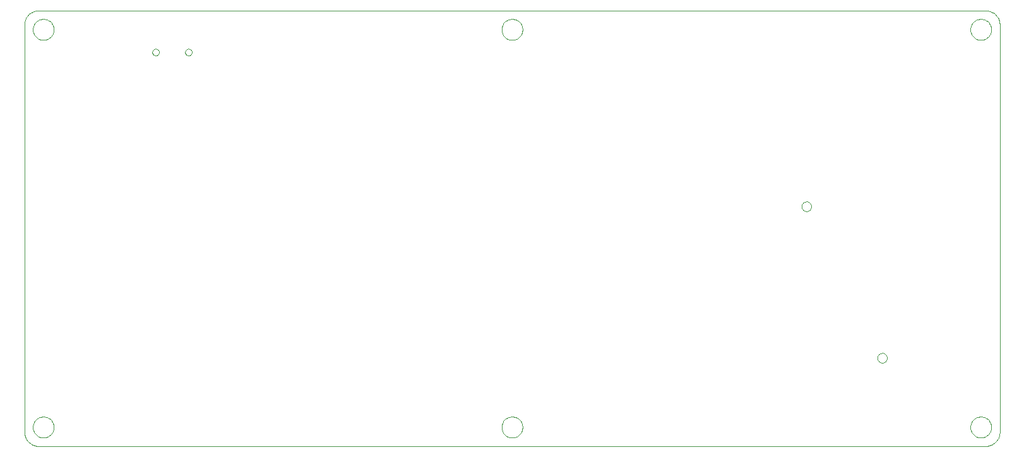
<source format=gko>
G75*
G70*
%OFA0B0*%
%FSLAX24Y24*%
%IPPOS*%
%LPD*%
%AMOC8*
5,1,8,0,0,1.08239X$1,22.5*
%
%ADD10C,0.0000*%
D10*
X000850Y000180D02*
X050850Y000180D01*
X050904Y000182D01*
X050957Y000188D01*
X051009Y000197D01*
X051061Y000210D01*
X051112Y000227D01*
X051162Y000248D01*
X051209Y000272D01*
X051255Y000299D01*
X051299Y000330D01*
X051341Y000363D01*
X051380Y000400D01*
X051417Y000439D01*
X051450Y000481D01*
X051481Y000525D01*
X051508Y000571D01*
X051532Y000618D01*
X051553Y000668D01*
X051570Y000719D01*
X051583Y000771D01*
X051592Y000823D01*
X051598Y000876D01*
X051600Y000930D01*
X051600Y022430D01*
X051598Y022484D01*
X051592Y022537D01*
X051583Y022589D01*
X051570Y022641D01*
X051553Y022692D01*
X051532Y022742D01*
X051508Y022789D01*
X051481Y022835D01*
X051450Y022879D01*
X051417Y022921D01*
X051380Y022960D01*
X051341Y022997D01*
X051299Y023030D01*
X051255Y023061D01*
X051209Y023088D01*
X051162Y023112D01*
X051112Y023133D01*
X051061Y023150D01*
X051009Y023163D01*
X050957Y023172D01*
X050904Y023178D01*
X050850Y023180D01*
X000850Y023180D01*
X000796Y023178D01*
X000743Y023172D01*
X000691Y023163D01*
X000639Y023150D01*
X000588Y023133D01*
X000538Y023112D01*
X000491Y023088D01*
X000445Y023061D01*
X000401Y023030D01*
X000359Y022997D01*
X000320Y022960D01*
X000283Y022921D01*
X000250Y022879D01*
X000219Y022835D01*
X000192Y022789D01*
X000168Y022742D01*
X000147Y022692D01*
X000130Y022641D01*
X000117Y022589D01*
X000108Y022537D01*
X000102Y022484D01*
X000100Y022430D01*
X000100Y000930D01*
X000102Y000876D01*
X000108Y000823D01*
X000117Y000771D01*
X000130Y000719D01*
X000147Y000668D01*
X000168Y000618D01*
X000192Y000571D01*
X000219Y000525D01*
X000250Y000481D01*
X000283Y000439D01*
X000320Y000400D01*
X000359Y000363D01*
X000401Y000330D01*
X000445Y000299D01*
X000491Y000272D01*
X000538Y000248D01*
X000588Y000227D01*
X000639Y000210D01*
X000691Y000197D01*
X000743Y000188D01*
X000796Y000182D01*
X000850Y000180D01*
X000549Y001180D02*
X000551Y001227D01*
X000557Y001273D01*
X000567Y001319D01*
X000580Y001364D01*
X000598Y001407D01*
X000619Y001449D01*
X000643Y001489D01*
X000671Y001526D01*
X000702Y001561D01*
X000736Y001594D01*
X000772Y001623D01*
X000811Y001649D01*
X000852Y001672D01*
X000895Y001691D01*
X000939Y001707D01*
X000984Y001719D01*
X001030Y001727D01*
X001077Y001731D01*
X001123Y001731D01*
X001170Y001727D01*
X001216Y001719D01*
X001261Y001707D01*
X001305Y001691D01*
X001348Y001672D01*
X001389Y001649D01*
X001428Y001623D01*
X001464Y001594D01*
X001498Y001561D01*
X001529Y001526D01*
X001557Y001489D01*
X001581Y001449D01*
X001602Y001407D01*
X001620Y001364D01*
X001633Y001319D01*
X001643Y001273D01*
X001649Y001227D01*
X001651Y001180D01*
X001649Y001133D01*
X001643Y001087D01*
X001633Y001041D01*
X001620Y000996D01*
X001602Y000953D01*
X001581Y000911D01*
X001557Y000871D01*
X001529Y000834D01*
X001498Y000799D01*
X001464Y000766D01*
X001428Y000737D01*
X001389Y000711D01*
X001348Y000688D01*
X001305Y000669D01*
X001261Y000653D01*
X001216Y000641D01*
X001170Y000633D01*
X001123Y000629D01*
X001077Y000629D01*
X001030Y000633D01*
X000984Y000641D01*
X000939Y000653D01*
X000895Y000669D01*
X000852Y000688D01*
X000811Y000711D01*
X000772Y000737D01*
X000736Y000766D01*
X000702Y000799D01*
X000671Y000834D01*
X000643Y000871D01*
X000619Y000911D01*
X000598Y000953D01*
X000580Y000996D01*
X000567Y001041D01*
X000557Y001087D01*
X000551Y001133D01*
X000549Y001180D01*
X025299Y001180D02*
X025301Y001227D01*
X025307Y001273D01*
X025317Y001319D01*
X025330Y001364D01*
X025348Y001407D01*
X025369Y001449D01*
X025393Y001489D01*
X025421Y001526D01*
X025452Y001561D01*
X025486Y001594D01*
X025522Y001623D01*
X025561Y001649D01*
X025602Y001672D01*
X025645Y001691D01*
X025689Y001707D01*
X025734Y001719D01*
X025780Y001727D01*
X025827Y001731D01*
X025873Y001731D01*
X025920Y001727D01*
X025966Y001719D01*
X026011Y001707D01*
X026055Y001691D01*
X026098Y001672D01*
X026139Y001649D01*
X026178Y001623D01*
X026214Y001594D01*
X026248Y001561D01*
X026279Y001526D01*
X026307Y001489D01*
X026331Y001449D01*
X026352Y001407D01*
X026370Y001364D01*
X026383Y001319D01*
X026393Y001273D01*
X026399Y001227D01*
X026401Y001180D01*
X026399Y001133D01*
X026393Y001087D01*
X026383Y001041D01*
X026370Y000996D01*
X026352Y000953D01*
X026331Y000911D01*
X026307Y000871D01*
X026279Y000834D01*
X026248Y000799D01*
X026214Y000766D01*
X026178Y000737D01*
X026139Y000711D01*
X026098Y000688D01*
X026055Y000669D01*
X026011Y000653D01*
X025966Y000641D01*
X025920Y000633D01*
X025873Y000629D01*
X025827Y000629D01*
X025780Y000633D01*
X025734Y000641D01*
X025689Y000653D01*
X025645Y000669D01*
X025602Y000688D01*
X025561Y000711D01*
X025522Y000737D01*
X025486Y000766D01*
X025452Y000799D01*
X025421Y000834D01*
X025393Y000871D01*
X025369Y000911D01*
X025348Y000953D01*
X025330Y000996D01*
X025317Y001041D01*
X025307Y001087D01*
X025301Y001133D01*
X025299Y001180D01*
X045138Y004837D02*
X045140Y004868D01*
X045146Y004899D01*
X045155Y004929D01*
X045168Y004958D01*
X045185Y004985D01*
X045205Y005009D01*
X045227Y005031D01*
X045253Y005050D01*
X045280Y005066D01*
X045309Y005078D01*
X045339Y005087D01*
X045370Y005092D01*
X045402Y005093D01*
X045433Y005090D01*
X045464Y005083D01*
X045494Y005073D01*
X045522Y005059D01*
X045548Y005041D01*
X045572Y005021D01*
X045593Y004997D01*
X045612Y004972D01*
X045627Y004944D01*
X045638Y004915D01*
X045646Y004884D01*
X045650Y004853D01*
X045650Y004821D01*
X045646Y004790D01*
X045638Y004759D01*
X045627Y004730D01*
X045612Y004702D01*
X045593Y004677D01*
X045572Y004653D01*
X045548Y004633D01*
X045522Y004615D01*
X045494Y004601D01*
X045464Y004591D01*
X045433Y004584D01*
X045402Y004581D01*
X045370Y004582D01*
X045339Y004587D01*
X045309Y004596D01*
X045280Y004608D01*
X045253Y004624D01*
X045227Y004643D01*
X045205Y004665D01*
X045185Y004689D01*
X045168Y004716D01*
X045155Y004745D01*
X045146Y004775D01*
X045140Y004806D01*
X045138Y004837D01*
X050049Y001180D02*
X050051Y001227D01*
X050057Y001273D01*
X050067Y001319D01*
X050080Y001364D01*
X050098Y001407D01*
X050119Y001449D01*
X050143Y001489D01*
X050171Y001526D01*
X050202Y001561D01*
X050236Y001594D01*
X050272Y001623D01*
X050311Y001649D01*
X050352Y001672D01*
X050395Y001691D01*
X050439Y001707D01*
X050484Y001719D01*
X050530Y001727D01*
X050577Y001731D01*
X050623Y001731D01*
X050670Y001727D01*
X050716Y001719D01*
X050761Y001707D01*
X050805Y001691D01*
X050848Y001672D01*
X050889Y001649D01*
X050928Y001623D01*
X050964Y001594D01*
X050998Y001561D01*
X051029Y001526D01*
X051057Y001489D01*
X051081Y001449D01*
X051102Y001407D01*
X051120Y001364D01*
X051133Y001319D01*
X051143Y001273D01*
X051149Y001227D01*
X051151Y001180D01*
X051149Y001133D01*
X051143Y001087D01*
X051133Y001041D01*
X051120Y000996D01*
X051102Y000953D01*
X051081Y000911D01*
X051057Y000871D01*
X051029Y000834D01*
X050998Y000799D01*
X050964Y000766D01*
X050928Y000737D01*
X050889Y000711D01*
X050848Y000688D01*
X050805Y000669D01*
X050761Y000653D01*
X050716Y000641D01*
X050670Y000633D01*
X050623Y000629D01*
X050577Y000629D01*
X050530Y000633D01*
X050484Y000641D01*
X050439Y000653D01*
X050395Y000669D01*
X050352Y000688D01*
X050311Y000711D01*
X050272Y000737D01*
X050236Y000766D01*
X050202Y000799D01*
X050171Y000834D01*
X050143Y000871D01*
X050119Y000911D01*
X050098Y000953D01*
X050080Y000996D01*
X050067Y001041D01*
X050057Y001087D01*
X050051Y001133D01*
X050049Y001180D01*
X041138Y012837D02*
X041140Y012868D01*
X041146Y012899D01*
X041155Y012929D01*
X041168Y012958D01*
X041185Y012985D01*
X041205Y013009D01*
X041227Y013031D01*
X041253Y013050D01*
X041280Y013066D01*
X041309Y013078D01*
X041339Y013087D01*
X041370Y013092D01*
X041402Y013093D01*
X041433Y013090D01*
X041464Y013083D01*
X041494Y013073D01*
X041522Y013059D01*
X041548Y013041D01*
X041572Y013021D01*
X041593Y012997D01*
X041612Y012972D01*
X041627Y012944D01*
X041638Y012915D01*
X041646Y012884D01*
X041650Y012853D01*
X041650Y012821D01*
X041646Y012790D01*
X041638Y012759D01*
X041627Y012730D01*
X041612Y012702D01*
X041593Y012677D01*
X041572Y012653D01*
X041548Y012633D01*
X041522Y012615D01*
X041494Y012601D01*
X041464Y012591D01*
X041433Y012584D01*
X041402Y012581D01*
X041370Y012582D01*
X041339Y012587D01*
X041309Y012596D01*
X041280Y012608D01*
X041253Y012624D01*
X041227Y012643D01*
X041205Y012665D01*
X041185Y012689D01*
X041168Y012716D01*
X041155Y012745D01*
X041146Y012775D01*
X041140Y012806D01*
X041138Y012837D01*
X050049Y022180D02*
X050051Y022227D01*
X050057Y022273D01*
X050067Y022319D01*
X050080Y022364D01*
X050098Y022407D01*
X050119Y022449D01*
X050143Y022489D01*
X050171Y022526D01*
X050202Y022561D01*
X050236Y022594D01*
X050272Y022623D01*
X050311Y022649D01*
X050352Y022672D01*
X050395Y022691D01*
X050439Y022707D01*
X050484Y022719D01*
X050530Y022727D01*
X050577Y022731D01*
X050623Y022731D01*
X050670Y022727D01*
X050716Y022719D01*
X050761Y022707D01*
X050805Y022691D01*
X050848Y022672D01*
X050889Y022649D01*
X050928Y022623D01*
X050964Y022594D01*
X050998Y022561D01*
X051029Y022526D01*
X051057Y022489D01*
X051081Y022449D01*
X051102Y022407D01*
X051120Y022364D01*
X051133Y022319D01*
X051143Y022273D01*
X051149Y022227D01*
X051151Y022180D01*
X051149Y022133D01*
X051143Y022087D01*
X051133Y022041D01*
X051120Y021996D01*
X051102Y021953D01*
X051081Y021911D01*
X051057Y021871D01*
X051029Y021834D01*
X050998Y021799D01*
X050964Y021766D01*
X050928Y021737D01*
X050889Y021711D01*
X050848Y021688D01*
X050805Y021669D01*
X050761Y021653D01*
X050716Y021641D01*
X050670Y021633D01*
X050623Y021629D01*
X050577Y021629D01*
X050530Y021633D01*
X050484Y021641D01*
X050439Y021653D01*
X050395Y021669D01*
X050352Y021688D01*
X050311Y021711D01*
X050272Y021737D01*
X050236Y021766D01*
X050202Y021799D01*
X050171Y021834D01*
X050143Y021871D01*
X050119Y021911D01*
X050098Y021953D01*
X050080Y021996D01*
X050067Y022041D01*
X050057Y022087D01*
X050051Y022133D01*
X050049Y022180D01*
X025299Y022180D02*
X025301Y022227D01*
X025307Y022273D01*
X025317Y022319D01*
X025330Y022364D01*
X025348Y022407D01*
X025369Y022449D01*
X025393Y022489D01*
X025421Y022526D01*
X025452Y022561D01*
X025486Y022594D01*
X025522Y022623D01*
X025561Y022649D01*
X025602Y022672D01*
X025645Y022691D01*
X025689Y022707D01*
X025734Y022719D01*
X025780Y022727D01*
X025827Y022731D01*
X025873Y022731D01*
X025920Y022727D01*
X025966Y022719D01*
X026011Y022707D01*
X026055Y022691D01*
X026098Y022672D01*
X026139Y022649D01*
X026178Y022623D01*
X026214Y022594D01*
X026248Y022561D01*
X026279Y022526D01*
X026307Y022489D01*
X026331Y022449D01*
X026352Y022407D01*
X026370Y022364D01*
X026383Y022319D01*
X026393Y022273D01*
X026399Y022227D01*
X026401Y022180D01*
X026399Y022133D01*
X026393Y022087D01*
X026383Y022041D01*
X026370Y021996D01*
X026352Y021953D01*
X026331Y021911D01*
X026307Y021871D01*
X026279Y021834D01*
X026248Y021799D01*
X026214Y021766D01*
X026178Y021737D01*
X026139Y021711D01*
X026098Y021688D01*
X026055Y021669D01*
X026011Y021653D01*
X025966Y021641D01*
X025920Y021633D01*
X025873Y021629D01*
X025827Y021629D01*
X025780Y021633D01*
X025734Y021641D01*
X025689Y021653D01*
X025645Y021669D01*
X025602Y021688D01*
X025561Y021711D01*
X025522Y021737D01*
X025486Y021766D01*
X025452Y021799D01*
X025421Y021834D01*
X025393Y021871D01*
X025369Y021911D01*
X025348Y021953D01*
X025330Y021996D01*
X025317Y022041D01*
X025307Y022087D01*
X025301Y022133D01*
X025299Y022180D01*
X008589Y020980D02*
X008591Y021006D01*
X008597Y021032D01*
X008607Y021057D01*
X008620Y021080D01*
X008636Y021100D01*
X008656Y021118D01*
X008678Y021133D01*
X008701Y021145D01*
X008727Y021153D01*
X008753Y021157D01*
X008779Y021157D01*
X008805Y021153D01*
X008831Y021145D01*
X008855Y021133D01*
X008876Y021118D01*
X008896Y021100D01*
X008912Y021080D01*
X008925Y021057D01*
X008935Y021032D01*
X008941Y021006D01*
X008943Y020980D01*
X008941Y020954D01*
X008935Y020928D01*
X008925Y020903D01*
X008912Y020880D01*
X008896Y020860D01*
X008876Y020842D01*
X008854Y020827D01*
X008831Y020815D01*
X008805Y020807D01*
X008779Y020803D01*
X008753Y020803D01*
X008727Y020807D01*
X008701Y020815D01*
X008677Y020827D01*
X008656Y020842D01*
X008636Y020860D01*
X008620Y020880D01*
X008607Y020903D01*
X008597Y020928D01*
X008591Y020954D01*
X008589Y020980D01*
X006857Y020980D02*
X006859Y021006D01*
X006865Y021032D01*
X006875Y021057D01*
X006888Y021080D01*
X006904Y021100D01*
X006924Y021118D01*
X006946Y021133D01*
X006969Y021145D01*
X006995Y021153D01*
X007021Y021157D01*
X007047Y021157D01*
X007073Y021153D01*
X007099Y021145D01*
X007123Y021133D01*
X007144Y021118D01*
X007164Y021100D01*
X007180Y021080D01*
X007193Y021057D01*
X007203Y021032D01*
X007209Y021006D01*
X007211Y020980D01*
X007209Y020954D01*
X007203Y020928D01*
X007193Y020903D01*
X007180Y020880D01*
X007164Y020860D01*
X007144Y020842D01*
X007122Y020827D01*
X007099Y020815D01*
X007073Y020807D01*
X007047Y020803D01*
X007021Y020803D01*
X006995Y020807D01*
X006969Y020815D01*
X006945Y020827D01*
X006924Y020842D01*
X006904Y020860D01*
X006888Y020880D01*
X006875Y020903D01*
X006865Y020928D01*
X006859Y020954D01*
X006857Y020980D01*
X000549Y022180D02*
X000551Y022227D01*
X000557Y022273D01*
X000567Y022319D01*
X000580Y022364D01*
X000598Y022407D01*
X000619Y022449D01*
X000643Y022489D01*
X000671Y022526D01*
X000702Y022561D01*
X000736Y022594D01*
X000772Y022623D01*
X000811Y022649D01*
X000852Y022672D01*
X000895Y022691D01*
X000939Y022707D01*
X000984Y022719D01*
X001030Y022727D01*
X001077Y022731D01*
X001123Y022731D01*
X001170Y022727D01*
X001216Y022719D01*
X001261Y022707D01*
X001305Y022691D01*
X001348Y022672D01*
X001389Y022649D01*
X001428Y022623D01*
X001464Y022594D01*
X001498Y022561D01*
X001529Y022526D01*
X001557Y022489D01*
X001581Y022449D01*
X001602Y022407D01*
X001620Y022364D01*
X001633Y022319D01*
X001643Y022273D01*
X001649Y022227D01*
X001651Y022180D01*
X001649Y022133D01*
X001643Y022087D01*
X001633Y022041D01*
X001620Y021996D01*
X001602Y021953D01*
X001581Y021911D01*
X001557Y021871D01*
X001529Y021834D01*
X001498Y021799D01*
X001464Y021766D01*
X001428Y021737D01*
X001389Y021711D01*
X001348Y021688D01*
X001305Y021669D01*
X001261Y021653D01*
X001216Y021641D01*
X001170Y021633D01*
X001123Y021629D01*
X001077Y021629D01*
X001030Y021633D01*
X000984Y021641D01*
X000939Y021653D01*
X000895Y021669D01*
X000852Y021688D01*
X000811Y021711D01*
X000772Y021737D01*
X000736Y021766D01*
X000702Y021799D01*
X000671Y021834D01*
X000643Y021871D01*
X000619Y021911D01*
X000598Y021953D01*
X000580Y021996D01*
X000567Y022041D01*
X000557Y022087D01*
X000551Y022133D01*
X000549Y022180D01*
M02*

</source>
